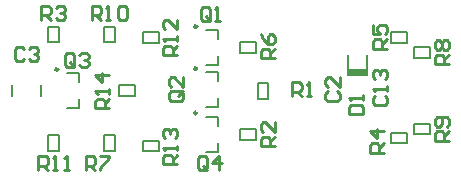
<source format=gbr>
%TF.GenerationSoftware,Altium Limited,Altium Designer,18.1.7 (191)*%
G04 Layer_Color=65535*
%FSLAX45Y45*%
%MOMM*%
%TF.FileFunction,Legend,Top*%
%TF.Part,Single*%
G01*
G75*
%TA.AperFunction,NonConductor*%
%ADD29C,0.20000*%
%ADD30C,0.25400*%
%ADD31C,0.25000*%
%ADD32R,1.55000X0.55000*%
D29*
X-1602500Y132500D02*
Y302500D01*
X-1447500Y132500D02*
Y302500D01*
X-1602500Y132500D02*
X-1447500D01*
X-2382500Y317500D02*
Y407500D01*
X-2517500Y317500D02*
Y407500D01*
X-2382500D01*
X-2517500Y317500D02*
X-2382500D01*
X-2805000Y-220000D02*
X-2705000D01*
Y-300000D02*
Y-220000D01*
X-2805000Y-520000D02*
X-2705000D01*
Y-440000D01*
X-3670000Y407500D02*
X-3580000D01*
X-3670000Y542500D02*
X-3580000D01*
Y407500D02*
Y542500D01*
X-3670000Y407500D02*
Y542500D01*
X-3342500Y-515000D02*
Y-425000D01*
X-3207500Y-515000D02*
Y-425000D01*
X-3342500Y-515000D02*
X-3207500D01*
X-3342500Y-425000D02*
X-3207500D01*
X-3342500Y405000D02*
Y495000D01*
X-3207500Y405000D02*
Y495000D01*
X-3342500Y405000D02*
X-3207500D01*
X-3342500Y495000D02*
X-3207500D01*
X-3670000Y-377500D02*
X-3580000D01*
X-3670000Y-512500D02*
X-3580000D01*
X-3670000D02*
Y-377500D01*
X-3580000Y-512500D02*
Y-377500D01*
X-4145000Y-512500D02*
X-4055000D01*
X-4145000Y-377500D02*
X-4055000D01*
Y-512500D02*
Y-377500D01*
X-4145000Y-512500D02*
Y-377500D01*
X-3410000Y-45000D02*
Y45000D01*
X-3545000Y-45000D02*
Y45000D01*
X-3410000D01*
X-3545000Y-45000D02*
X-3410000D01*
X-3980000Y150000D02*
X-3880000D01*
Y70000D02*
Y150000D01*
X-3980000Y-150000D02*
X-3880000D01*
Y-70000D01*
X-4145000Y407500D02*
X-4055000D01*
X-4145000Y542500D02*
X-4055000D01*
Y407500D02*
Y542500D01*
X-4145000Y407500D02*
Y542500D01*
X-2382500Y-415000D02*
Y-325000D01*
X-2517500Y-415000D02*
Y-325000D01*
X-2382500D01*
X-2517500Y-415000D02*
X-2382500D01*
X-2370000Y-67500D02*
X-2280000D01*
X-2370000Y67500D02*
X-2280000D01*
Y-67500D02*
Y67500D01*
X-2370000Y-67500D02*
Y67500D01*
X-2805000Y512500D02*
X-2705000D01*
Y432500D02*
Y512500D01*
X-2805000Y212500D02*
X-2705000D01*
Y292500D01*
X-2805000Y157500D02*
X-2705000D01*
Y77500D02*
Y157500D01*
X-2805000Y-142500D02*
X-2705000D01*
Y-62500D01*
X-4202500Y-50000D02*
Y50000D01*
X-4447500Y-50000D02*
Y50000D01*
X-1107500Y-445000D02*
Y-355000D01*
X-1242500Y-445000D02*
Y-355000D01*
X-1107500D01*
X-1242500Y-445000D02*
X-1107500D01*
X-1242500Y405000D02*
Y495000D01*
X-1107500Y405000D02*
Y495000D01*
X-1242500Y405000D02*
X-1107500D01*
X-1242500Y495000D02*
X-1107500D01*
X-1042500Y280000D02*
Y370000D01*
X-907500Y280000D02*
Y370000D01*
X-1042500Y280000D02*
X-907500D01*
X-1042500Y370000D02*
X-907500D01*
X-1042500Y-370000D02*
Y-280000D01*
X-907500Y-370000D02*
Y-280000D01*
X-1042500Y-370000D02*
X-907500D01*
X-1042500Y-280000D02*
X-907500D01*
D30*
X-1594961Y-200000D02*
X-1475000D01*
Y-140020D01*
X-1494994Y-120026D01*
X-1574968D01*
X-1594961Y-140020D01*
Y-200000D01*
X-1475000Y-80039D02*
Y-40052D01*
Y-60045D01*
X-1594961D01*
X-1574968Y-80039D01*
X-3625000Y-147500D02*
X-3744961D01*
Y-87520D01*
X-3724968Y-67526D01*
X-3684981D01*
X-3664987Y-87520D01*
Y-147500D01*
Y-107513D02*
X-3625000Y-67526D01*
Y-27539D02*
Y12448D01*
Y-7545D01*
X-3744961D01*
X-3724968Y-27539D01*
X-3625000Y132409D02*
X-3744961D01*
X-3684981Y72429D01*
Y152403D01*
X-3050000Y-625000D02*
X-3169961D01*
Y-565019D01*
X-3149968Y-545026D01*
X-3109981D01*
X-3089987Y-565019D01*
Y-625000D01*
Y-585013D02*
X-3050000Y-545026D01*
Y-505039D02*
Y-465052D01*
Y-485045D01*
X-3169961D01*
X-3149968Y-505039D01*
Y-405071D02*
X-3169961Y-385077D01*
Y-345090D01*
X-3149968Y-325097D01*
X-3129974D01*
X-3109981Y-345090D01*
Y-365084D01*
Y-345090D01*
X-3089987Y-325097D01*
X-3069994D01*
X-3050000Y-345090D01*
Y-385077D01*
X-3069994Y-405071D01*
X-3050000Y300000D02*
X-3169961D01*
Y359980D01*
X-3149968Y379974D01*
X-3109981D01*
X-3089987Y359980D01*
Y300000D01*
Y339987D02*
X-3050000Y379974D01*
Y419961D02*
Y459948D01*
Y439955D01*
X-3169961D01*
X-3149968Y419961D01*
X-3050000Y599903D02*
Y519929D01*
X-3129974Y599903D01*
X-3149968D01*
X-3169961Y579909D01*
Y539922D01*
X-3149968Y519929D01*
X-4225000Y-675000D02*
Y-555039D01*
X-4165019D01*
X-4145026Y-575032D01*
Y-615019D01*
X-4165019Y-635013D01*
X-4225000D01*
X-4185013D02*
X-4145026Y-675000D01*
X-4105039D02*
X-4065052D01*
X-4085045D01*
Y-555039D01*
X-4105039Y-575032D01*
X-4005071Y-675000D02*
X-3965084D01*
X-3985077D01*
Y-555039D01*
X-4005071Y-575032D01*
X-3775000Y597500D02*
Y717461D01*
X-3715019D01*
X-3695026Y697467D01*
Y657480D01*
X-3715019Y637487D01*
X-3775000D01*
X-3735013D02*
X-3695026Y597500D01*
X-3655039D02*
X-3615052D01*
X-3635045D01*
Y717461D01*
X-3655039Y697467D01*
X-3555071D02*
X-3535078Y717461D01*
X-3495091D01*
X-3475097Y697467D01*
Y617493D01*
X-3495091Y597500D01*
X-3535078D01*
X-3555071Y617493D01*
Y697467D01*
X-750000Y-425000D02*
X-869961D01*
Y-365019D01*
X-849968Y-345026D01*
X-809981D01*
X-789987Y-365019D01*
Y-425000D01*
Y-385013D02*
X-750000Y-345026D01*
X-769994Y-305039D02*
X-750000Y-285045D01*
Y-245058D01*
X-769994Y-225065D01*
X-849968D01*
X-869961Y-245058D01*
Y-285045D01*
X-849968Y-305039D01*
X-829974D01*
X-809981Y-285045D01*
Y-225065D01*
X-750000Y225000D02*
X-869961D01*
Y284981D01*
X-849968Y304974D01*
X-809981D01*
X-789987Y284981D01*
Y225000D01*
Y264987D02*
X-750000Y304974D01*
X-849968Y344961D02*
X-869961Y364955D01*
Y404942D01*
X-849968Y424935D01*
X-829974D01*
X-809981Y404942D01*
X-789987Y424935D01*
X-769994D01*
X-750000Y404942D01*
Y364955D01*
X-769994Y344961D01*
X-789987D01*
X-809981Y364955D01*
X-829974Y344961D01*
X-849968D01*
X-809981Y364955D02*
Y404942D01*
X-3825000Y-675000D02*
Y-555039D01*
X-3765019D01*
X-3745026Y-575032D01*
Y-615019D01*
X-3765019Y-635013D01*
X-3825000D01*
X-3785013D02*
X-3745026Y-675000D01*
X-3705039Y-555039D02*
X-3625065D01*
Y-575032D01*
X-3705039Y-655006D01*
Y-675000D01*
X-2225000Y275000D02*
X-2344961D01*
Y334981D01*
X-2324968Y354974D01*
X-2284981D01*
X-2264987Y334981D01*
Y275000D01*
Y314987D02*
X-2225000Y354974D01*
X-2344961Y474935D02*
X-2324968Y434948D01*
X-2284981Y394961D01*
X-2244994D01*
X-2225000Y414955D01*
Y454942D01*
X-2244994Y474935D01*
X-2264987D01*
X-2284981Y454942D01*
Y394961D01*
X-1275000Y355000D02*
X-1394961D01*
Y414980D01*
X-1374968Y434974D01*
X-1334981D01*
X-1314987Y414980D01*
Y355000D01*
Y394987D02*
X-1275000Y434974D01*
X-1394961Y554935D02*
Y474961D01*
X-1334981D01*
X-1354974Y514948D01*
Y534942D01*
X-1334981Y554935D01*
X-1294994D01*
X-1275000Y534942D01*
Y494955D01*
X-1294994Y474961D01*
X-1300000Y-525000D02*
X-1419961D01*
Y-465020D01*
X-1399968Y-445026D01*
X-1359981D01*
X-1339987Y-465020D01*
Y-525000D01*
Y-485013D02*
X-1300000Y-445026D01*
Y-345058D02*
X-1419961D01*
X-1359981Y-405039D01*
Y-325065D01*
X-4200000Y597500D02*
Y717461D01*
X-4140019D01*
X-4120026Y697467D01*
Y657480D01*
X-4140019Y637487D01*
X-4200000D01*
X-4160013D02*
X-4120026Y597500D01*
X-4080039Y697467D02*
X-4060045Y717461D01*
X-4020058D01*
X-4000065Y697467D01*
Y677474D01*
X-4020058Y657480D01*
X-4040052D01*
X-4020058D01*
X-4000065Y637487D01*
Y617493D01*
X-4020058Y597500D01*
X-4060045D01*
X-4080039Y617493D01*
X-2225000Y-470000D02*
X-2344961D01*
Y-410020D01*
X-2324968Y-390026D01*
X-2284981D01*
X-2264987Y-410020D01*
Y-470000D01*
Y-430013D02*
X-2225000Y-390026D01*
Y-270065D02*
Y-350039D01*
X-2304974Y-270065D01*
X-2324968D01*
X-2344961Y-290059D01*
Y-330046D01*
X-2324968Y-350039D01*
X-2075000Y-50000D02*
Y69961D01*
X-2015019D01*
X-1995026Y49968D01*
Y9981D01*
X-2015019Y-10013D01*
X-2075000D01*
X-2035013D02*
X-1995026Y-50000D01*
X-1955039D02*
X-1915052D01*
X-1935045D01*
Y69961D01*
X-1955039Y49968D01*
X-2795026Y-655006D02*
Y-575032D01*
X-2815020Y-555039D01*
X-2855006D01*
X-2875000Y-575032D01*
Y-655006D01*
X-2855006Y-675000D01*
X-2815020D01*
X-2835013Y-635013D02*
X-2795026Y-675000D01*
X-2815020D02*
X-2795026Y-655006D01*
X-2695058Y-675000D02*
Y-555039D01*
X-2755039Y-615019D01*
X-2675065D01*
X-3920026Y219994D02*
Y299968D01*
X-3940019Y319961D01*
X-3980006D01*
X-4000000Y299968D01*
Y219994D01*
X-3980006Y200000D01*
X-3940019D01*
X-3960013Y239987D02*
X-3920026Y200000D01*
X-3940019D02*
X-3920026Y219994D01*
X-3880039Y299968D02*
X-3860045Y319961D01*
X-3820058D01*
X-3800065Y299968D01*
Y279974D01*
X-3820058Y259981D01*
X-3840052D01*
X-3820058D01*
X-3800065Y239987D01*
Y219994D01*
X-3820058Y200000D01*
X-3860045D01*
X-3880039Y219994D01*
X-3019994Y-7526D02*
X-3099968D01*
X-3119961Y-27520D01*
Y-67507D01*
X-3099968Y-87500D01*
X-3019994D01*
X-3000000Y-67507D01*
Y-27520D01*
X-3039987Y-47513D02*
X-3000000Y-7526D01*
Y-27520D02*
X-3019994Y-7526D01*
X-3000000Y112435D02*
Y32461D01*
X-3079974Y112435D01*
X-3099968D01*
X-3119961Y92442D01*
Y52455D01*
X-3099968Y32461D01*
X-2770026Y607494D02*
Y687468D01*
X-2790020Y707461D01*
X-2830007D01*
X-2850000Y687468D01*
Y607494D01*
X-2830007Y587500D01*
X-2790020D01*
X-2810013Y627487D02*
X-2770026Y587500D01*
X-2790020D02*
X-2770026Y607494D01*
X-2730039Y587500D02*
X-2690052D01*
X-2710045D01*
Y707461D01*
X-2730039Y687468D01*
X-1374968Y-45026D02*
X-1394961Y-65019D01*
Y-105006D01*
X-1374968Y-125000D01*
X-1294994D01*
X-1275000Y-105006D01*
Y-65019D01*
X-1294994Y-45026D01*
X-1275000Y-5039D02*
Y34948D01*
Y14955D01*
X-1394961D01*
X-1374968Y-5039D01*
Y94929D02*
X-1394961Y114923D01*
Y154910D01*
X-1374968Y174903D01*
X-1354974D01*
X-1334981Y154910D01*
Y134916D01*
Y154910D01*
X-1314987Y174903D01*
X-1294994D01*
X-1275000Y154910D01*
Y114923D01*
X-1294994Y94929D01*
X-4345026Y349968D02*
X-4365019Y369961D01*
X-4405006D01*
X-4425000Y349968D01*
Y269994D01*
X-4405006Y250000D01*
X-4365019D01*
X-4345026Y269994D01*
X-4305039Y349968D02*
X-4285045Y369961D01*
X-4245058D01*
X-4225065Y349968D01*
Y329974D01*
X-4245058Y309981D01*
X-4265052D01*
X-4245058D01*
X-4225065Y289987D01*
Y269994D01*
X-4245058Y250000D01*
X-4285045D01*
X-4305039Y269994D01*
X-1774968Y-7526D02*
X-1794961Y-27520D01*
Y-67507D01*
X-1774968Y-87500D01*
X-1694994D01*
X-1675000Y-67507D01*
Y-27520D01*
X-1694994Y-7526D01*
X-1675000Y112435D02*
Y32461D01*
X-1754974Y112435D01*
X-1774968D01*
X-1794961Y92442D01*
Y52455D01*
X-1774968Y32461D01*
D31*
X-2882500Y-190000D02*
G03*
X-2882500Y-190000I-12500J0D01*
G01*
X-4057500Y180000D02*
G03*
X-4057500Y180000I-12500J0D01*
G01*
X-2882500Y542500D02*
G03*
X-2882500Y542500I-12500J0D01*
G01*
Y187500D02*
G03*
X-2882500Y187500I-12500J0D01*
G01*
D32*
X-1525001Y159999D02*
D03*
%TF.MD5,ad923fe1b12fa8eb13404374961a7ba7*%
M02*

</source>
